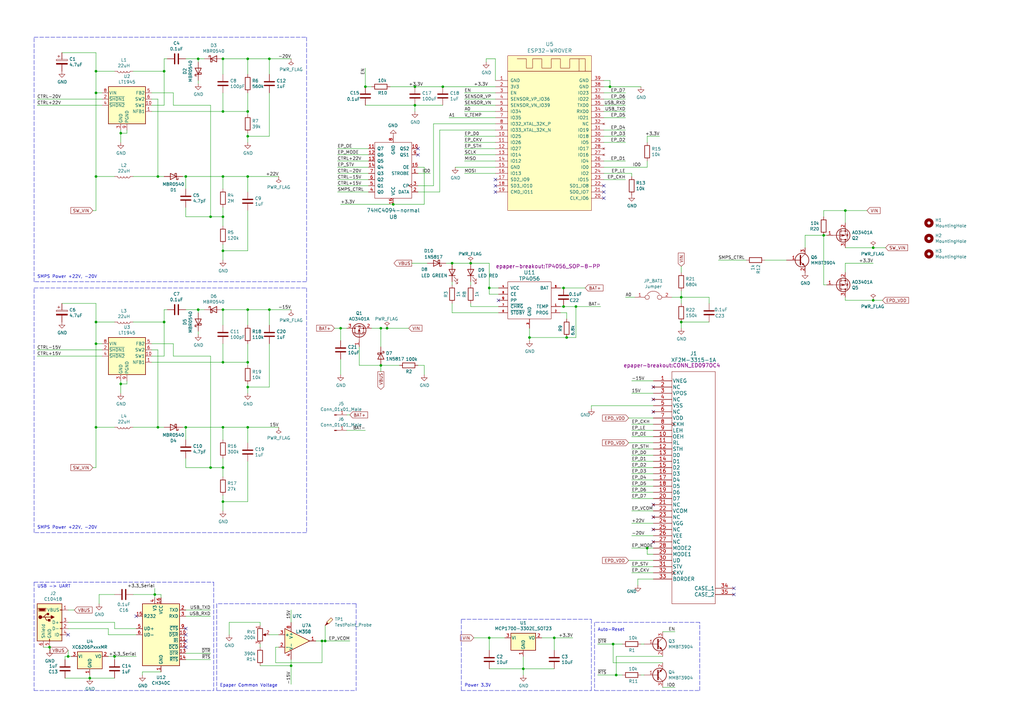
<source format=kicad_sch>
(kicad_sch (version 20210126) (generator eeschema)
  (paper "A3")
  (title_block (title "epdiy") (date "2020-12-21") (rev "v5.0") (comment 3 "License: CC-BY-SA-4.0") (comment 4 "Author: Valentin Roland"))
  (junction (at 20.32 265.43) (diameter 0.9144))
  (junction (at 27.94 269.24) (diameter 0.9144))
  (junction (at 36.83 278.13) (diameter 0.9144))
  (junction (at 39.37 29.21) (diameter 0.9144))
  (junction (at 39.37 38.1) (diameter 0.9144))
  (junction (at 39.37 72.39) (diameter 0.9144))
  (junction (at 39.37 132.08) (diameter 0.9144))
  (junction (at 39.37 140.97) (diameter 0.9144))
  (junction (at 39.37 175.26) (diameter 0.9144))
  (junction (at 46.99 269.24) (diameter 0.9144))
  (junction (at 49.53 54.61) (diameter 0.9144))
  (junction (at 49.53 157.48) (diameter 0.9144))
  (junction (at 63.5 243.84) (diameter 0.9144))
  (junction (at 64.77 72.39) (diameter 0.9144))
  (junction (at 64.77 175.26) (diameter 0.9144))
  (junction (at 67.31 29.21) (diameter 0.9144))
  (junction (at 67.31 132.08) (diameter 0.9144))
  (junction (at 76.2 72.39) (diameter 0.9144))
  (junction (at 76.2 175.26) (diameter 0.9144))
  (junction (at 81.28 24.13) (diameter 0.9144))
  (junction (at 81.28 127) (diameter 0.9144))
  (junction (at 86.36 88.9) (diameter 0.9144))
  (junction (at 86.36 191.77) (diameter 0.9144))
  (junction (at 91.44 24.13) (diameter 0.9144))
  (junction (at 91.44 45.72) (diameter 0.9144))
  (junction (at 91.44 72.39) (diameter 0.9144))
  (junction (at 91.44 88.9) (diameter 0.9144))
  (junction (at 91.44 102.87) (diameter 0.9144))
  (junction (at 91.44 127) (diameter 0.9144))
  (junction (at 91.44 148.59) (diameter 0.9144))
  (junction (at 91.44 175.26) (diameter 0.9144))
  (junction (at 91.44 191.77) (diameter 0.9144))
  (junction (at 91.44 205.74) (diameter 0.9144))
  (junction (at 101.6 24.13) (diameter 0.9144))
  (junction (at 101.6 45.72) (diameter 0.9144))
  (junction (at 101.6 55.88) (diameter 0.9144))
  (junction (at 101.6 72.39) (diameter 0.9144))
  (junction (at 101.6 127) (diameter 0.9144))
  (junction (at 101.6 148.59) (diameter 0.9144))
  (junction (at 101.6 158.75) (diameter 0.9144))
  (junction (at 101.6 175.26) (diameter 0.9144))
  (junction (at 110.49 24.13) (diameter 0.9144))
  (junction (at 110.49 127) (diameter 0.9144))
  (junction (at 119.38 273.05) (diameter 0.9144))
  (junction (at 132.08 262.89) (diameter 0.9144))
  (junction (at 133.35 262.89) (diameter 0.9144))
  (junction (at 139.7 134.62) (diameter 0.9144))
  (junction (at 149.86 35.56) (diameter 0.9144))
  (junction (at 156.21 134.62) (diameter 0.9144))
  (junction (at 156.21 149.86) (diameter 0.9144))
  (junction (at 158.75 134.62) (diameter 0.9144))
  (junction (at 161.29 83.82) (diameter 0.9144))
  (junction (at 170.18 35.56) (diameter 0.9144))
  (junction (at 170.18 43.18) (diameter 0.9144))
  (junction (at 181.61 35.56) (diameter 0.9144))
  (junction (at 185.42 107.95) (diameter 0.9144))
  (junction (at 193.04 107.95) (diameter 0.9144))
  (junction (at 200.66 118.11) (diameter 0.9144))
  (junction (at 200.66 261.62) (diameter 0.9144))
  (junction (at 214.63 274.32) (diameter 0.9144))
  (junction (at 217.17 138.43) (diameter 0.9144))
  (junction (at 227.33 261.62) (diameter 0.9144))
  (junction (at 231.14 118.11) (diameter 0.9144))
  (junction (at 231.14 125.73) (diameter 0.9144))
  (junction (at 232.41 138.43) (diameter 0.9144))
  (junction (at 236.22 125.73) (diameter 0.9144))
  (junction (at 250.19 35.56) (diameter 0.9144))
  (junction (at 251.46 264.16) (diameter 0.9144))
  (junction (at 252.73 276.86) (diameter 0.9144))
  (junction (at 265.43 224.79) (diameter 0.9144))
  (junction (at 279.4 121.92) (diameter 0.9144))
  (junction (at 279.4 132.08) (diameter 0.9144))
  (junction (at 337.82 96.52) (diameter 0.9144))
  (junction (at 346.71 86.36) (diameter 0.9144))
  (junction (at 358.14 101.6) (diameter 0.9144))
  (junction (at 358.14 123.19) (diameter 0.9144))
  (no_connect (at 27.94 260.35))
  (no_connect (at 55.88 252.73))
  (no_connect (at 76.2 257.81))
  (no_connect (at 76.2 260.35))
  (no_connect (at 76.2 262.89))
  (no_connect (at 76.2 265.43))
  (no_connect (at 171.45 60.96))
  (no_connect (at 171.45 63.5))
  (no_connect (at 203.2 73.66))
  (no_connect (at 203.2 76.2))
  (no_connect (at 203.2 78.74))
  (no_connect (at 204.47 123.19))
  (no_connect (at 247.65 76.2))
  (no_connect (at 247.65 78.74))
  (no_connect (at 247.65 81.28))
  (no_connect (at 267.97 158.75))
  (no_connect (at 267.97 163.83))
  (no_connect (at 267.97 168.91))
  (no_connect (at 267.97 207.01))
  (no_connect (at 267.97 212.09))
  (no_connect (at 267.97 217.17))
  (no_connect (at 267.97 222.25))
  (no_connect (at 300.99 241.3))
  (no_connect (at 300.99 243.84))
  (wire (pts (xy 15.24 40.64) (xy 41.91 40.64)))
  (wire (pts (xy 15.24 43.18) (xy 41.91 43.18)))
  (wire (pts (xy 15.24 143.51) (xy 41.91 143.51)))
  (wire (pts (xy 15.24 146.05) (xy 41.91 146.05)))
  (wire (pts (xy 17.78 265.43) (xy 20.32 265.43)))
  (wire (pts (xy 20.32 266.7) (xy 20.32 265.43)))
  (wire (pts (xy 26.67 269.24) (xy 26.67 270.51)))
  (wire (pts (xy 26.67 278.13) (xy 36.83 278.13)))
  (wire (pts (xy 27.94 250.19) (xy 30.48 250.19)))
  (wire (pts (xy 27.94 255.27) (xy 46.99 255.27)))
  (wire (pts (xy 27.94 257.81) (xy 44.45 257.81)))
  (wire (pts (xy 27.94 266.7) (xy 27.94 269.24)))
  (wire (pts (xy 27.94 269.24) (xy 26.67 269.24)))
  (wire (pts (xy 27.94 269.24) (xy 29.21 269.24)))
  (wire (pts (xy 36.83 278.13) (xy 36.83 276.86)))
  (wire (pts (xy 36.83 278.13) (xy 46.99 278.13)))
  (wire (pts (xy 38.1 86.36) (xy 39.37 86.36)))
  (wire (pts (xy 38.1 191.77) (xy 39.37 191.77)))
  (wire (pts (xy 39.37 21.59) (xy 25.4 21.59)))
  (wire (pts (xy 39.37 21.59) (xy 39.37 29.21)))
  (wire (pts (xy 39.37 29.21) (xy 39.37 38.1)))
  (wire (pts (xy 39.37 38.1) (xy 39.37 72.39)))
  (wire (pts (xy 39.37 38.1) (xy 41.91 38.1)))
  (wire (pts (xy 39.37 72.39) (xy 39.37 86.36)))
  (wire (pts (xy 39.37 72.39) (xy 46.99 72.39)))
  (wire (pts (xy 39.37 124.46) (xy 25.4 124.46)))
  (wire (pts (xy 39.37 124.46) (xy 39.37 132.08)))
  (wire (pts (xy 39.37 132.08) (xy 39.37 140.97)))
  (wire (pts (xy 39.37 140.97) (xy 39.37 175.26)))
  (wire (pts (xy 39.37 140.97) (xy 41.91 140.97)))
  (wire (pts (xy 39.37 175.26) (xy 39.37 191.77)))
  (wire (pts (xy 39.37 175.26) (xy 46.99 175.26)))
  (wire (pts (xy 40.64 243.84) (xy 40.64 247.65)))
  (wire (pts (xy 44.45 257.81) (xy 44.45 260.35)))
  (wire (pts (xy 44.45 260.35) (xy 55.88 260.35)))
  (wire (pts (xy 46.99 29.21) (xy 39.37 29.21)))
  (wire (pts (xy 46.99 132.08) (xy 39.37 132.08)))
  (wire (pts (xy 46.99 243.84) (xy 40.64 243.84)))
  (wire (pts (xy 46.99 255.27) (xy 46.99 257.81)))
  (wire (pts (xy 46.99 257.81) (xy 55.88 257.81)))
  (wire (pts (xy 46.99 269.24) (xy 44.45 269.24)))
  (wire (pts (xy 46.99 270.51) (xy 46.99 269.24)))
  (wire (pts (xy 49.53 53.34) (xy 49.53 54.61)))
  (wire (pts (xy 49.53 54.61) (xy 49.53 58.42)))
  (wire (pts (xy 49.53 156.21) (xy 49.53 157.48)))
  (wire (pts (xy 49.53 157.48) (xy 49.53 161.29)))
  (wire (pts (xy 52.07 53.34) (xy 52.07 54.61)))
  (wire (pts (xy 52.07 54.61) (xy 49.53 54.61)))
  (wire (pts (xy 52.07 156.21) (xy 52.07 157.48)))
  (wire (pts (xy 52.07 157.48) (xy 49.53 157.48)))
  (wire (pts (xy 54.61 29.21) (xy 67.31 29.21)))
  (wire (pts (xy 54.61 132.08) (xy 67.31 132.08)))
  (wire (pts (xy 54.61 243.84) (xy 63.5 243.84)))
  (wire (pts (xy 55.88 269.24) (xy 46.99 269.24)))
  (wire (pts (xy 58.42 275.59) (xy 58.42 276.86)))
  (wire (pts (xy 62.23 38.1) (xy 71.12 38.1)))
  (wire (pts (xy 62.23 40.64) (xy 64.77 40.64)))
  (wire (pts (xy 62.23 45.72) (xy 91.44 45.72)))
  (wire (pts (xy 62.23 140.97) (xy 71.12 140.97)))
  (wire (pts (xy 62.23 143.51) (xy 64.77 143.51)))
  (wire (pts (xy 62.23 148.59) (xy 91.44 148.59)))
  (wire (pts (xy 63.5 243.84) (xy 63.5 241.3)))
  (wire (pts (xy 63.5 243.84) (xy 66.04 243.84)))
  (wire (pts (xy 63.5 245.11) (xy 63.5 243.84)))
  (wire (pts (xy 64.77 40.64) (xy 64.77 72.39)))
  (wire (pts (xy 64.77 72.39) (xy 54.61 72.39)))
  (wire (pts (xy 64.77 143.51) (xy 64.77 175.26)))
  (wire (pts (xy 64.77 175.26) (xy 54.61 175.26)))
  (wire (pts (xy 66.04 243.84) (xy 66.04 245.11)))
  (wire (pts (xy 66.04 275.59) (xy 58.42 275.59)))
  (wire (pts (xy 67.31 24.13) (xy 67.31 29.21)))
  (wire (pts (xy 67.31 29.21) (xy 67.31 43.18)))
  (wire (pts (xy 67.31 43.18) (xy 62.23 43.18)))
  (wire (pts (xy 67.31 72.39) (xy 64.77 72.39)))
  (wire (pts (xy 67.31 127) (xy 67.31 132.08)))
  (wire (pts (xy 67.31 132.08) (xy 67.31 146.05)))
  (wire (pts (xy 67.31 146.05) (xy 62.23 146.05)))
  (wire (pts (xy 67.31 175.26) (xy 64.77 175.26)))
  (wire (pts (xy 68.58 24.13) (xy 67.31 24.13)))
  (wire (pts (xy 68.58 127) (xy 67.31 127)))
  (wire (pts (xy 71.12 43.18) (xy 71.12 38.1)))
  (wire (pts (xy 71.12 146.05) (xy 71.12 140.97)))
  (wire (pts (xy 76.2 24.13) (xy 81.28 24.13)))
  (wire (pts (xy 76.2 72.39) (xy 74.93 72.39)))
  (wire (pts (xy 76.2 72.39) (xy 76.2 77.47)))
  (wire (pts (xy 76.2 72.39) (xy 91.44 72.39)))
  (wire (pts (xy 76.2 85.09) (xy 76.2 88.9)))
  (wire (pts (xy 76.2 88.9) (xy 86.36 88.9)))
  (wire (pts (xy 76.2 127) (xy 81.28 127)))
  (wire (pts (xy 76.2 175.26) (xy 74.93 175.26)))
  (wire (pts (xy 76.2 175.26) (xy 76.2 180.34)))
  (wire (pts (xy 76.2 175.26) (xy 91.44 175.26)))
  (wire (pts (xy 76.2 187.96) (xy 76.2 191.77)))
  (wire (pts (xy 76.2 191.77) (xy 86.36 191.77)))
  (wire (pts (xy 76.2 250.19) (xy 86.36 250.19)))
  (wire (pts (xy 76.2 252.73) (xy 86.36 252.73)))
  (wire (pts (xy 76.2 270.51) (xy 86.36 270.51)))
  (wire (pts (xy 81.28 25.4) (xy 81.28 24.13)))
  (wire (pts (xy 81.28 33.02) (xy 81.28 34.29)))
  (wire (pts (xy 81.28 128.27) (xy 81.28 127)))
  (wire (pts (xy 81.28 135.89) (xy 81.28 137.16)))
  (wire (pts (xy 83.82 24.13) (xy 81.28 24.13)))
  (wire (pts (xy 83.82 127) (xy 81.28 127)))
  (wire (pts (xy 86.36 43.18) (xy 71.12 43.18)))
  (wire (pts (xy 86.36 88.9) (xy 86.36 43.18)))
  (wire (pts (xy 86.36 88.9) (xy 91.44 88.9)))
  (wire (pts (xy 86.36 146.05) (xy 71.12 146.05)))
  (wire (pts (xy 86.36 191.77) (xy 86.36 146.05)))
  (wire (pts (xy 86.36 191.77) (xy 91.44 191.77)))
  (wire (pts (xy 86.36 267.97) (xy 76.2 267.97)))
  (wire (pts (xy 91.44 24.13) (xy 91.44 30.48)))
  (wire (pts (xy 91.44 38.1) (xy 91.44 45.72)))
  (wire (pts (xy 91.44 45.72) (xy 101.6 45.72)))
  (wire (pts (xy 91.44 77.47) (xy 91.44 72.39)))
  (wire (pts (xy 91.44 85.09) (xy 91.44 88.9)))
  (wire (pts (xy 91.44 88.9) (xy 91.44 92.71)))
  (wire (pts (xy 91.44 100.33) (xy 91.44 102.87)))
  (wire (pts (xy 91.44 102.87) (xy 91.44 106.68)))
  (wire (pts (xy 91.44 127) (xy 91.44 133.35)))
  (wire (pts (xy 91.44 140.97) (xy 91.44 148.59)))
  (wire (pts (xy 91.44 148.59) (xy 101.6 148.59)))
  (wire (pts (xy 91.44 180.34) (xy 91.44 175.26)))
  (wire (pts (xy 91.44 187.96) (xy 91.44 191.77)))
  (wire (pts (xy 91.44 191.77) (xy 91.44 195.58)))
  (wire (pts (xy 91.44 203.2) (xy 91.44 205.74)))
  (wire (pts (xy 91.44 205.74) (xy 91.44 209.55)))
  (wire (pts (xy 93.98 255.27) (xy 93.98 260.35)))
  (wire (pts (xy 101.6 24.13) (xy 91.44 24.13)))
  (wire (pts (xy 101.6 24.13) (xy 101.6 30.48)))
  (wire (pts (xy 101.6 38.1) (xy 101.6 45.72)))
  (wire (pts (xy 101.6 45.72) (xy 101.6 46.99)))
  (wire (pts (xy 101.6 55.88) (xy 101.6 54.61)))
  (wire (pts (xy 101.6 55.88) (xy 101.6 58.42)))
  (wire (pts (xy 101.6 72.39) (xy 91.44 72.39)))
  (wire (pts (xy 101.6 72.39) (xy 101.6 78.74)))
  (wire (pts (xy 101.6 86.36) (xy 101.6 102.87)))
  (wire (pts (xy 101.6 102.87) (xy 91.44 102.87)))
  (wire (pts (xy 101.6 127) (xy 91.44 127)))
  (wire (pts (xy 101.6 127) (xy 101.6 133.35)))
  (wire (pts (xy 101.6 140.97) (xy 101.6 148.59)))
  (wire (pts (xy 101.6 148.59) (xy 101.6 149.86)))
  (wire (pts (xy 101.6 158.75) (xy 101.6 157.48)))
  (wire (pts (xy 101.6 158.75) (xy 101.6 161.29)))
  (wire (pts (xy 101.6 175.26) (xy 91.44 175.26)))
  (wire (pts (xy 101.6 175.26) (xy 101.6 181.61)))
  (wire (pts (xy 101.6 189.23) (xy 101.6 205.74)))
  (wire (pts (xy 101.6 205.74) (xy 91.44 205.74)))
  (wire (pts (xy 106.68 255.27) (xy 93.98 255.27)))
  (wire (pts (xy 106.68 256.54) (xy 106.68 255.27)))
  (wire (pts (xy 106.68 265.43) (xy 106.68 264.16)))
  (wire (pts (xy 106.68 273.05) (xy 119.38 273.05)))
  (wire (pts (xy 110.49 24.13) (xy 101.6 24.13)))
  (wire (pts (xy 110.49 24.13) (xy 110.49 30.48)))
  (wire (pts (xy 110.49 38.1) (xy 110.49 55.88)))
  (wire (pts (xy 110.49 55.88) (xy 101.6 55.88)))
  (wire (pts (xy 110.49 127) (xy 101.6 127)))
  (wire (pts (xy 110.49 127) (xy 110.49 133.35)))
  (wire (pts (xy 110.49 140.97) (xy 110.49 158.75)))
  (wire (pts (xy 110.49 158.75) (xy 101.6 158.75)))
  (wire (pts (xy 110.49 260.35) (xy 114.3 260.35)))
  (wire (pts (xy 113.03 265.43) (xy 113.03 271.78)))
  (wire (pts (xy 113.03 271.78) (xy 132.08 271.78)))
  (wire (pts (xy 114.3 72.39) (xy 101.6 72.39)))
  (wire (pts (xy 114.3 175.26) (xy 101.6 175.26)))
  (wire (pts (xy 114.3 265.43) (xy 113.03 265.43)))
  (wire (pts (xy 119.38 24.13) (xy 110.49 24.13)))
  (wire (pts (xy 119.38 127) (xy 110.49 127)))
  (wire (pts (xy 119.38 250.19) (xy 119.38 255.27)))
  (wire (pts (xy 119.38 270.51) (xy 119.38 273.05)))
  (wire (pts (xy 119.38 273.05) (xy 119.38 280.67)))
  (wire (pts (xy 132.08 262.89) (xy 129.54 262.89)))
  (wire (pts (xy 132.08 271.78) (xy 132.08 262.89)))
  (wire (pts (xy 133.35 262.89) (xy 132.08 262.89)))
  (wire (pts (xy 133.35 262.89) (xy 133.35 256.54)))
  (wire (pts (xy 137.16 134.62) (xy 139.7 134.62)))
  (wire (pts (xy 138.43 60.96) (xy 151.13 60.96)))
  (wire (pts (xy 138.43 63.5) (xy 151.13 63.5)))
  (wire (pts (xy 138.43 76.2) (xy 151.13 76.2)))
  (wire (pts (xy 138.43 78.74) (xy 151.13 78.74)))
  (wire (pts (xy 139.7 134.62) (xy 142.24 134.62)))
  (wire (pts (xy 139.7 139.7) (xy 139.7 134.62)))
  (wire (pts (xy 139.7 147.32) (xy 139.7 153.67)))
  (wire (pts (xy 142.24 176.53) (xy 149.86 176.53)))
  (wire (pts (xy 143.51 170.18) (xy 142.24 170.18)))
  (wire (pts (xy 143.51 262.89) (xy 133.35 262.89)))
  (wire (pts (xy 147.32 142.24) (xy 147.32 149.86)))
  (wire (pts (xy 147.32 149.86) (xy 156.21 149.86)))
  (wire (pts (xy 149.86 35.56) (xy 149.86 27.94)))
  (wire (pts (xy 149.86 35.56) (xy 152.4 35.56)))
  (wire (pts (xy 149.86 43.18) (xy 170.18 43.18)))
  (wire (pts (xy 151.13 66.04) (xy 138.43 66.04)))
  (wire (pts (xy 151.13 68.58) (xy 138.43 68.58)))
  (wire (pts (xy 151.13 71.12) (xy 138.43 71.12)))
  (wire (pts (xy 151.13 73.66) (xy 138.43 73.66)))
  (wire (pts (xy 152.4 134.62) (xy 156.21 134.62)))
  (wire (pts (xy 156.21 134.62) (xy 156.21 142.24)))
  (wire (pts (xy 156.21 134.62) (xy 158.75 134.62)))
  (wire (pts (xy 156.21 149.86) (xy 156.21 152.4)))
  (wire (pts (xy 156.21 149.86) (xy 163.83 149.86)))
  (wire (pts (xy 158.75 134.62) (xy 167.64 134.62)))
  (wire (pts (xy 160.02 35.56) (xy 170.18 35.56)))
  (wire (pts (xy 161.29 83.82) (xy 139.7 83.82)))
  (wire (pts (xy 161.29 83.82) (xy 173.99 83.82)))
  (wire (pts (xy 170.18 43.18) (xy 170.18 45.72)))
  (wire (pts (xy 171.45 68.58) (xy 173.99 68.58)))
  (wire (pts (xy 171.45 71.12) (xy 176.53 71.12)))
  (wire (pts (xy 171.45 76.2) (xy 177.8 76.2)))
  (wire (pts (xy 171.45 78.74) (xy 180.34 78.74)))
  (wire (pts (xy 171.45 149.86) (xy 173.99 149.86)))
  (wire (pts (xy 173.99 68.58) (xy 173.99 83.82)))
  (wire (pts (xy 173.99 149.86) (xy 173.99 153.67)))
  (wire (pts (xy 175.26 107.95) (xy 168.91 107.95)))
  (wire (pts (xy 177.8 50.8) (xy 203.2 50.8)))
  (wire (pts (xy 177.8 76.2) (xy 177.8 50.8)))
  (wire (pts (xy 180.34 53.34) (xy 180.34 78.74)))
  (wire (pts (xy 180.34 53.34) (xy 203.2 53.34)))
  (wire (pts (xy 181.61 35.56) (xy 170.18 35.56)))
  (wire (pts (xy 181.61 43.18) (xy 170.18 43.18)))
  (wire (pts (xy 182.88 107.95) (xy 185.42 107.95)))
  (wire (pts (xy 184.15 48.26) (xy 203.2 48.26)))
  (wire (pts (xy 185.42 107.95) (xy 193.04 107.95)))
  (wire (pts (xy 185.42 115.57) (xy 185.42 116.84)))
  (wire (pts (xy 185.42 124.46) (xy 185.42 128.27)))
  (wire (pts (xy 185.42 128.27) (xy 204.47 128.27)))
  (wire (pts (xy 186.69 68.58) (xy 203.2 68.58)))
  (wire (pts (xy 190.5 38.1) (xy 203.2 38.1)))
  (wire (pts (xy 190.5 40.64) (xy 203.2 40.64)))
  (wire (pts (xy 190.5 43.18) (xy 203.2 43.18)))
  (wire (pts (xy 190.5 58.42) (xy 203.2 58.42)))
  (wire (pts (xy 190.5 66.04) (xy 203.2 66.04)))
  (wire (pts (xy 193.04 107.95) (xy 200.66 107.95)))
  (wire (pts (xy 193.04 115.57) (xy 193.04 116.84)))
  (wire (pts (xy 193.04 125.73) (xy 193.04 124.46)))
  (wire (pts (xy 193.04 125.73) (xy 204.47 125.73)))
  (wire (pts (xy 199.39 24.13) (xy 203.2 24.13)))
  (wire (pts (xy 199.39 25.4) (xy 199.39 24.13)))
  (wire (pts (xy 200.66 107.95) (xy 200.66 118.11)))
  (wire (pts (xy 200.66 118.11) (xy 200.66 120.65)))
  (wire (pts (xy 200.66 118.11) (xy 204.47 118.11)))
  (wire (pts (xy 200.66 120.65) (xy 204.47 120.65)))
  (wire (pts (xy 200.66 261.62) (xy 194.31 261.62)))
  (wire (pts (xy 200.66 261.62) (xy 200.66 266.7)))
  (wire (pts (xy 200.66 274.32) (xy 214.63 274.32)))
  (wire (pts (xy 203.2 24.13) (xy 203.2 33.02)))
  (wire (pts (xy 203.2 35.56) (xy 181.61 35.56)))
  (wire (pts (xy 203.2 45.72) (xy 190.5 45.72)))
  (wire (pts (xy 203.2 55.88) (xy 190.5 55.88)))
  (wire (pts (xy 203.2 60.96) (xy 190.5 60.96)))
  (wire (pts (xy 203.2 63.5) (xy 190.5 63.5)))
  (wire (pts (xy 203.2 71.12) (xy 190.5 71.12)))
  (wire (pts (xy 207.01 261.62) (xy 200.66 261.62)))
  (wire (pts (xy 214.63 269.24) (xy 214.63 274.32)))
  (wire (pts (xy 214.63 274.32) (xy 214.63 276.86)))
  (wire (pts (xy 214.63 274.32) (xy 227.33 274.32)))
  (wire (pts (xy 217.17 138.43) (xy 217.17 134.62)))
  (wire (pts (xy 217.17 139.7) (xy 217.17 138.43)))
  (wire (pts (xy 222.25 261.62) (xy 227.33 261.62)))
  (wire (pts (xy 227.33 261.62) (xy 227.33 266.7)))
  (wire (pts (xy 227.33 261.62) (xy 234.95 261.62)))
  (wire (pts (xy 229.87 118.11) (xy 231.14 118.11)))
  (wire (pts (xy 229.87 125.73) (xy 231.14 125.73)))
  (wire (pts (xy 231.14 118.11) (xy 240.03 118.11)))
  (wire (pts (xy 231.14 125.73) (xy 236.22 125.73)))
  (wire (pts (xy 232.41 128.27) (xy 229.87 128.27)))
  (wire (pts (xy 232.41 130.81) (xy 232.41 128.27)))
  (wire (pts (xy 232.41 138.43) (xy 217.17 138.43)))
  (wire (pts (xy 236.22 125.73) (xy 236.22 138.43)))
  (wire (pts (xy 236.22 125.73) (xy 246.38 125.73)))
  (wire (pts (xy 236.22 138.43) (xy 232.41 138.43)))
  (wire (pts (xy 242.57 166.37) (xy 242.57 167.64)))
  (wire (pts (xy 242.57 166.37) (xy 267.97 166.37)))
  (wire (pts (xy 245.11 276.86) (xy 252.73 276.86)))
  (wire (pts (xy 247.65 33.02) (xy 250.19 33.02)))
  (wire (pts (xy 247.65 35.56) (xy 250.19 35.56)))
  (wire (pts (xy 247.65 43.18) (xy 256.54 43.18)))
  (wire (pts (xy 247.65 48.26) (xy 256.54 48.26)))
  (wire (pts (xy 247.65 58.42) (xy 256.54 58.42)))
  (wire (pts (xy 247.65 66.04) (xy 256.54 66.04)))
  (wire (pts (xy 247.65 68.58) (xy 265.43 68.58)))
  (wire (pts (xy 247.65 71.12) (xy 259.08 71.12)))
  (wire (pts (xy 250.19 33.02) (xy 250.19 35.56)))
  (wire (pts (xy 250.19 35.56) (xy 262.89 35.56)))
  (wire (pts (xy 251.46 264.16) (xy 245.11 264.16)))
  (wire (pts (xy 251.46 271.78) (xy 251.46 264.16)))
  (wire (pts (xy 252.73 269.24) (xy 252.73 276.86)))
  (wire (pts (xy 252.73 276.86) (xy 255.27 276.86)))
  (wire (pts (xy 255.27 264.16) (xy 251.46 264.16)))
  (wire (pts (xy 256.54 38.1) (xy 247.65 38.1)))
  (wire (pts (xy 256.54 40.64) (xy 247.65 40.64)))
  (wire (pts (xy 256.54 45.72) (xy 247.65 45.72)))
  (wire (pts (xy 256.54 53.34) (xy 247.65 53.34)))
  (wire (pts (xy 256.54 55.88) (xy 247.65 55.88)))
  (wire (pts (xy 256.54 73.66) (xy 247.65 73.66)))
  (wire (pts (xy 256.54 121.92) (xy 260.35 121.92)))
  (wire (pts (xy 257.81 171.45) (xy 267.97 171.45)))
  (wire (pts (xy 257.81 181.61) (xy 267.97 181.61)))
  (wire (pts (xy 257.81 229.87) (xy 267.97 229.87)))
  (wire (pts (xy 259.08 71.12) (xy 259.08 72.39)))
  (wire (pts (xy 259.08 156.21) (xy 267.97 156.21)))
  (wire (pts (xy 259.08 179.07) (xy 267.97 179.07)))
  (wire (pts (xy 259.08 184.15) (xy 267.97 184.15)))
  (wire (pts (xy 259.08 189.23) (xy 267.97 189.23)))
  (wire (pts (xy 259.08 194.31) (xy 267.97 194.31)))
  (wire (pts (xy 259.08 199.39) (xy 267.97 199.39)))
  (wire (pts (xy 259.08 204.47) (xy 267.97 204.47)))
  (wire (pts (xy 259.08 209.55) (xy 267.97 209.55)))
  (wire (pts (xy 259.08 219.71) (xy 267.97 219.71)))
  (wire (pts (xy 259.08 234.95) (xy 267.97 234.95)))
  (wire (pts (xy 261.62 237.49) (xy 261.62 240.03)))
  (wire (pts (xy 264.16 264.16) (xy 262.89 264.16)))
  (wire (pts (xy 264.16 276.86) (xy 262.89 276.86)))
  (wire (pts (xy 265.43 55.88) (xy 270.51 55.88)))
  (wire (pts (xy 265.43 58.42) (xy 265.43 55.88)))
  (wire (pts (xy 265.43 68.58) (xy 265.43 66.04)))
  (wire (pts (xy 265.43 224.79) (xy 259.08 224.79)))
  (wire (pts (xy 265.43 224.79) (xy 265.43 227.33)))
  (wire (pts (xy 265.43 227.33) (xy 267.97 227.33)))
  (wire (pts (xy 267.97 161.29) (xy 259.08 161.29)))
  (wire (pts (xy 267.97 173.99) (xy 259.08 173.99)))
  (wire (pts (xy 267.97 176.53) (xy 259.08 176.53)))
  (wire (pts (xy 267.97 186.69) (xy 259.08 186.69)))
  (wire (pts (xy 267.97 191.77) (xy 259.08 191.77)))
  (wire (pts (xy 267.97 196.85) (xy 259.08 196.85)))
  (wire (pts (xy 267.97 201.93) (xy 259.08 201.93)))
  (wire (pts (xy 267.97 214.63) (xy 259.08 214.63)))
  (wire (pts (xy 267.97 224.79) (xy 265.43 224.79)))
  (wire (pts (xy 267.97 232.41) (xy 259.08 232.41)))
  (wire (pts (xy 267.97 237.49) (xy 261.62 237.49)))
  (wire (pts (xy 271.78 269.24) (xy 252.73 269.24)))
  (wire (pts (xy 271.78 271.78) (xy 251.46 271.78)))
  (wire (pts (xy 271.78 281.94) (xy 276.86 281.94)))
  (wire (pts (xy 275.59 121.92) (xy 279.4 121.92)))
  (wire (pts (xy 276.86 259.08) (xy 271.78 259.08)))
  (wire (pts (xy 279.4 109.22) (xy 279.4 111.76)))
  (wire (pts (xy 279.4 121.92) (xy 279.4 119.38)))
  (wire (pts (xy 279.4 121.92) (xy 279.4 124.46)))
  (wire (pts (xy 279.4 121.92) (xy 290.83 121.92)))
  (wire (pts (xy 279.4 132.08) (xy 279.4 134.62)))
  (wire (pts (xy 290.83 121.92) (xy 290.83 124.46)))
  (wire (pts (xy 290.83 132.08) (xy 279.4 132.08)))
  (wire (pts (xy 294.64 106.68) (xy 306.07 106.68)))
  (wire (pts (xy 313.69 106.68) (xy 322.58 106.68)))
  (wire (pts (xy 330.2 96.52) (xy 337.82 96.52)))
  (wire (pts (xy 330.2 101.6) (xy 330.2 96.52)))
  (wire (pts (xy 337.82 86.36) (xy 337.82 88.9)))
  (wire (pts (xy 337.82 86.36) (xy 346.71 86.36)))
  (wire (pts (xy 337.82 96.52) (xy 337.82 116.84)))
  (wire (pts (xy 337.82 116.84) (xy 339.09 116.84)))
  (wire (pts (xy 339.09 96.52) (xy 337.82 96.52)))
  (wire (pts (xy 346.71 86.36) (xy 346.71 91.44)))
  (wire (pts (xy 346.71 101.6) (xy 358.14 101.6)))
  (wire (pts (xy 346.71 107.95) (xy 346.71 111.76)))
  (wire (pts (xy 346.71 123.19) (xy 346.71 121.92)))
  (wire (pts (xy 355.6 86.36) (xy 346.71 86.36)))
  (wire (pts (xy 358.14 101.6) (xy 363.22 101.6)))
  (wire (pts (xy 358.14 107.95) (xy 346.71 107.95)))
  (wire (pts (xy 358.14 123.19) (xy 346.71 123.19)))
  (wire (pts (xy 361.95 123.19) (xy 358.14 123.19)))
  (polyline (pts (xy 13.97 15.24) (xy 125.73 15.24)) (stroke (width 0) (type dash)))
  (polyline (pts (xy 13.97 115.57) (xy 13.97 15.24)) (stroke (width 0) (type dash)))
  (polyline (pts (xy 13.97 118.11) (xy 125.73 118.11)) (stroke (width 0) (type dash)))
  (polyline (pts (xy 13.97 218.44) (xy 13.97 118.11)) (stroke (width 0) (type dash)))
  (polyline (pts (xy 13.97 238.76) (xy 13.97 283.21)) (stroke (width 0) (type dash)))
  (polyline (pts (xy 13.97 238.76) (xy 87.63 238.76)) (stroke (width 0) (type dash)))
  (polyline (pts (xy 13.97 283.21) (xy 87.63 283.21)) (stroke (width 0) (type dash)))
  (polyline (pts (xy 87.63 238.76) (xy 87.63 283.21)) (stroke (width 0) (type dash)))
  (polyline (pts (xy 88.9 247.65) (xy 88.9 283.21)) (stroke (width 0) (type dash)))
  (polyline (pts (xy 88.9 283.21) (xy 146.05 283.21)) (stroke (width 0) (type dash)))
  (polyline (pts (xy 125.73 15.24) (xy 125.73 115.57)) (stroke (width 0) (type dash)))
  (polyline (pts (xy 125.73 115.57) (xy 13.97 115.57)) (stroke (width 0) (type dash)))
  (polyline (pts (xy 125.73 118.11) (xy 125.73 218.44)) (stroke (width 0) (type dash)))
  (polyline (pts (xy 125.73 218.44) (xy 13.97 218.44)) (stroke (width 0) (type dash)))
  (polyline (pts (xy 146.05 247.65) (xy 88.9 247.65)) (stroke (width 0) (type dash)))
  (polyline (pts (xy 146.05 247.65) (xy 146.05 283.21)) (stroke (width 0) (type dash)))
  (polyline (pts (xy 189.23 254) (xy 242.57 254)) (stroke (width 0) (type dash)))
  (polyline (pts (xy 189.23 283.21) (xy 189.23 254)) (stroke (width 0) (type dash)))
  (polyline (pts (xy 189.23 283.21) (xy 242.57 283.21)) (stroke (width 0) (type dash)))
  (polyline (pts (xy 242.57 283.21) (xy 242.57 254)) (stroke (width 0) (type dash)))
  (polyline (pts (xy 243.84 255.27) (xy 243.84 283.21)) (stroke (width 0) (type dash)))
  (polyline (pts (xy 243.84 283.21) (xy 287.02 283.21)) (stroke (width 0) (type dash)))
  (polyline (pts (xy 287.02 255.27) (xy 243.84 255.27)) (stroke (width 0) (type dash)))
  (polyline (pts (xy 287.02 283.21) (xy 287.02 255.27)) (stroke (width 0) (type dash)))
  (text "SMPS Power +22V, -20V" (at 15.24 114.3 0) (effects (font (size 1.27 1.27)) (justify left bottom)))
  (text "SMPS Power +22V, -20V" (at 15.24 217.17 0) (effects (font (size 1.27 1.27)) (justify left bottom)))
  (text "USB -> UART" (at 15.24 241.3 0) (effects (font (size 1.27 1.27)) (justify left bottom)))
  (text "Epaper Common Voltage" (at 90.17 281.94 0) (effects (font (size 1.27 1.27)) (justify left bottom)))
  (text "Power 3.3V" (at 190.5 281.94 0) (effects (font (size 1.27 1.27)) (justify left bottom)))
  (text "Auto-Reset\n" (at 245.11 259.08 0) (effects (font (size 1.27 1.27)) (justify left bottom)))
  (label "CTRL-20V" (at 15.24 40.64 0))
  (label "CTRL+22V" (at 15.24 43.18 0))
  (label "CTRL-15V" (at 15.24 143.51 0))
  (label "CTRL+15V" (at 15.24 146.05 0))
  (label "+3.3_Serial" (at 55.88 269.24 180))
  (label "+3.3_Serial" (at 63.5 241.3 180))
  (label "USB_TXD" (at 86.36 250.19 180))
  (label "USB_RXD" (at 86.36 252.73 180))
  (label "~DTR" (at 86.36 267.97 180))
  (label "~RTS" (at 86.36 270.51 180))
  (label "+22V" (at 114.3 72.39 180))
  (label "15V" (at 114.3 175.26 180))
  (label "-20V" (at 119.38 24.13 180))
  (label "-15V" (at 119.38 127 180))
  (label "15V" (at 119.38 250.19 270))
  (label "-15V" (at 119.38 280.67 90))
  (label "EP_OE" (at 138.43 60.96 0))
  (label "EP_MODE" (at 138.43 63.5 0))
  (label "CTRL+22V" (at 138.43 66.04 0))
  (label "EP_STV" (at 138.43 68.58 0))
  (label "CTRL-20V" (at 138.43 71.12 0))
  (label "CTRL-15V" (at 138.43 73.66 0))
  (label "CTRL+15V" (at 138.43 76.2 0))
  (label "SMPS_CTRL" (at 138.43 78.74 0))
  (label "+3.3V" (at 139.7 83.82 0))
  (label "EP_VCOM" (at 143.51 262.89 180))
  (label "EN" (at 149.86 27.94 270))
  (label "BAT-" (at 149.86 176.53 180))
  (label "+3.3V" (at 167.64 35.56 0))
  (label "IO0" (at 176.53 71.12 180))
  (label "A1" (at 184.15 48.26 0))
  (label "EN" (at 190.5 38.1 0))
  (label "SENSOR_VP" (at 190.5 40.64 0))
  (label "SENSOR_VN" (at 190.5 43.18 0))
  (label "A0" (at 190.5 45.72 0))
  (label "V_TEMP" (at 190.5 48.26 0))
  (label "EP_D0" (at 190.5 55.88 0))
  (label "EP_CKV" (at 190.5 58.42 0))
  (label "EP_STH" (at 190.5 60.96 0))
  (label "SCLK" (at 190.5 63.5 0))
  (label "MISO" (at 190.5 66.04 0))
  (label "MOSI" (at 190.5 71.12 0))
  (label "+3.3V" (at 194.31 35.56 0))
  (label "+3.3V" (at 234.95 261.62 180))
  (label "~DTR" (at 245.11 264.16 0))
  (label "~RTS" (at 245.11 276.86 0))
  (label "BAT-" (at 246.38 125.73 180))
  (label "EP_D7" (at 256.54 38.1 180))
  (label "EP_D6" (at 256.54 40.64 180))
  (label "USB_RXD" (at 256.54 43.18 180))
  (label "USB_TXD" (at 256.54 45.72 180))
  (label "EP_D5" (at 256.54 48.26 180))
  (label "EP_D4" (at 256.54 53.34 180))
  (label "EP_D3" (at 256.54 55.88 180))
  (label "EP_D2" (at 256.54 58.42 180))
  (label "EP_D1" (at 256.54 66.04 180))
  (label "EP_LE" (at 256.54 71.12 180))
  (label "EP_CKH" (at 256.54 73.66 180))
  (label "A0" (at 256.54 121.92 0))
  (label "-15V" (at 259.08 156.21 0))
  (label "15V" (at 259.08 161.29 0))
  (label "EP_CKH" (at 259.08 173.99 0))
  (label "EP_LE" (at 259.08 176.53 0))
  (label "EP_OE" (at 259.08 179.07 0))
  (label "EP_STH" (at 259.08 184.15 0))
  (label "EP_D0" (at 259.08 186.69 0))
  (label "EP_D1" (at 259.08 189.23 0))
  (label "EP_D2" (at 259.08 191.77 0))
  (label "EP_D3" (at 259.08 194.31 0))
  (label "EP_D4" (at 259.08 196.85 0))
  (label "EP_D5" (at 259.08 199.39 0))
  (label "EP_D6" (at 259.08 201.93 0))
  (label "EP_D7" (at 259.08 204.47 0))
  (label "EP_VCOM" (at 259.08 209.55 0))
  (label "+22V" (at 259.08 214.63 0))
  (label "-20V" (at 259.08 219.71 0))
  (label "EP_MODE" (at 259.08 224.79 0))
  (label "EP_STV" (at 259.08 232.41 0))
  (label "EP_CKV" (at 259.08 234.95 0))
  (label "IO0" (at 262.89 68.58 180))
  (label "+3.3V" (at 270.51 55.88 180))
  (label "EN" (at 276.86 259.08 180))
  (label "IO0" (at 276.86 281.94 180))
  (label "SMPS_CTRL" (at 294.64 106.68 0))
  (label "+3.3V" (at 358.14 107.95 180))
  (global_label "VBUS" (shape input) (at 27.94 266.7 180) (property "Intersheet References" "${INTERSHEET_REFS}" (effects hide)))
  (global_label "VBUS" (shape input) (at 30.48 250.19 0) (property "Intersheet References" "${INTERSHEET_REFS}" (effects hide)))
  (global_label "SW_VIN" (shape input) (at 38.1 86.36 180) (property "Intersheet References" "${INTERSHEET_REFS}" (effects hide)))
  (global_label "SW_VIN" (shape input) (at 38.1 191.77 180) (property "Intersheet References" "${INTERSHEET_REFS}" (effects hide)))
  (global_label "BAT+" (shape input) (at 137.16 134.62 180) (property "Intersheet References" "${INTERSHEET_REFS}" (effects hide)))
  (global_label "BAT+" (shape input) (at 143.51 170.18 0) (property "Intersheet References" "${INTERSHEET_REFS}" (effects hide)))
  (global_label "VBUS" (shape output) (at 156.21 152.4 270) (property "Intersheet References" "${INTERSHEET_REFS}" (effects hide)))
  (global_label "VIN" (shape input) (at 167.64 134.62 0) (property "Intersheet References" "${INTERSHEET_REFS}" (effects hide)))
  (global_label "VBUS" (shape output) (at 168.91 107.95 180) (property "Intersheet References" "${INTERSHEET_REFS}" (effects hide)))
  (global_label "VIN" (shape input) (at 194.31 261.62 180) (property "Intersheet References" "${INTERSHEET_REFS}" (effects hide)))
  (global_label "BAT+" (shape input) (at 240.03 118.11 0) (property "Intersheet References" "${INTERSHEET_REFS}" (effects hide)))
  (global_label "EPD_VDD" (shape input) (at 257.81 171.45 180) (property "Intersheet References" "${INTERSHEET_REFS}" (effects hide)))
  (global_label "EPD_VDD" (shape input) (at 257.81 181.61 180) (property "Intersheet References" "${INTERSHEET_REFS}" (effects hide)))
  (global_label "EPD_VDD" (shape input) (at 257.81 229.87 180) (property "Intersheet References" "${INTERSHEET_REFS}" (effects hide)))
  (global_label "VIN" (shape input) (at 279.4 109.22 90) (property "Intersheet References" "${INTERSHEET_REFS}" (effects hide)))
  (global_label "VIN" (shape input) (at 355.6 86.36 0) (property "Intersheet References" "${INTERSHEET_REFS}" (effects hide)))
  (global_label "EPD_VDD" (shape input) (at 361.95 123.19 0) (property "Intersheet References" "${INTERSHEET_REFS}" (effects hide)))
  (global_label "SW_VIN" (shape input) (at 363.22 101.6 0) (property "Intersheet References" "${INTERSHEET_REFS}" (effects hide)))
  (symbol (lib_id "Connector:Conn_01x01_Male") (at 137.16 170.18 0) (unit 1)
    (property "Reference" "J5" (at 139.9032 165.5826 0))
    (property "Value" "Conn_01x01_Male" (at 139.9032 167.894 0))
    (property "Footprint" "Connector_PinHeader_2.54mm:PinHeader_1x01_P2.54mm_Vertical" (effects hide))
  )
  (symbol (lib_id "Connector:Conn_01x01_Male") (at 137.16 176.53 0) (unit 1)
    (property "Reference" "J6" (at 139.9032 171.9326 0))
    (property "Value" "Conn_01x01_Male" (at 139.9032 174.244 0))
    (property "Footprint" "Connector_PinHeader_2.54mm:PinHeader_1x01_P2.54mm_Vertical" (effects hide))
  )
  (symbol (lib_id "power:PWR_FLAG") (at 114.3 72.39 180) (unit 1)
    (property "Reference" "#FLG0101" (effects hide))
    (property "Value" "PWR_FLAG" (at 114.3 76.7842 0))
  )
  (symbol (lib_id "power:PWR_FLAG") (at 114.3 175.26 180) (unit 1)
    (property "Reference" "#FLG02" (effects hide))
    (property "Value" "PWR_FLAG" (at 114.3 179.6542 0))
  )
  (symbol (lib_id "power:PWR_FLAG") (at 119.38 24.13 180) (unit 1)
    (property "Reference" "#FLG0102" (effects hide))
    (property "Value" "PWR_FLAG" (at 119.38 28.5242 0))
  )
  (symbol (lib_id "power:PWR_FLAG") (at 119.38 127 180) (unit 1)
    (property "Reference" "#FLG03" (effects hide))
    (property "Value" "PWR_FLAG" (at 119.38 131.3942 0))
  )
  (symbol (lib_id "power:PWR_FLAG") (at 158.75 134.62 0) (unit 1)
    (property "Reference" "#FLG0104" (effects hide))
    (property "Value" "PWR_FLAG" (at 153.67 130.81 0) (effects (justify left)))
  )
  (symbol (lib_id "power:PWR_FLAG") (at 193.04 107.95 0) (unit 1)
    (property "Reference" "#FLG0103" (effects hide))
    (property "Value" "PWR_FLAG" (at 187.96 104.14 0) (effects (justify left)))
  )
  (symbol (lib_id "power:PWR_FLAG") (at 358.14 101.6 0) (unit 1)
    (property "Reference" "#FLG01" (effects hide))
    (property "Value" "PWR_FLAG" (at 353.06 104.14 0) (effects (justify left)))
  )
  (symbol (lib_id "power:PWR_FLAG") (at 358.14 123.19 0) (unit 1)
    (property "Reference" "#FLG04" (effects hide))
    (property "Value" "PWR_FLAG" (at 353.06 125.73 0) (effects (justify left)))
  )
  (symbol (lib_id "power:GND") (at 20.32 266.7 0) (unit 1)
    (property "Reference" "#PWR0116" (effects hide))
    (property "Value" "GND" (at 20.447 271.0942 0))
  )
  (symbol (lib_id "power:GND") (at 25.4 29.21 0) (unit 1)
    (property "Reference" "#PWR0102" (effects hide))
    (property "Value" "GND" (at 25.527 33.6042 0))
  )
  (symbol (lib_id "power:GND") (at 25.4 132.08 0) (unit 1)
    (property "Reference" "#PWR09" (effects hide))
    (property "Value" "GND" (at 25.527 136.4742 0))
  )
  (symbol (lib_id "power:GND") (at 36.83 278.13 0) (unit 1)
    (property "Reference" "#PWR0103" (effects hide))
    (property "Value" "GND" (at 36.957 282.5242 0))
  )
  (symbol (lib_id "power:GND") (at 40.64 247.65 0) (unit 1)
    (property "Reference" "#PWR0110" (effects hide))
    (property "Value" "GND" (at 40.767 252.0442 0))
  )
  (symbol (lib_id "power:GND") (at 49.53 58.42 0) (unit 1)
    (property "Reference" "#PWR0101" (effects hide))
    (property "Value" "GND" (at 49.657 62.8142 0))
  )
  (symbol (lib_id "power:GND") (at 49.53 161.29 0) (unit 1)
    (property "Reference" "#PWR012" (effects hide))
    (property "Value" "GND" (at 49.657 165.6842 0))
  )
  (symbol (lib_id "power:GND") (at 58.42 276.86 0) (unit 1)
    (property "Reference" "#PWR0111" (effects hide))
    (property "Value" "GND" (at 58.547 281.2542 0))
  )
  (symbol (lib_id "power:GND") (at 81.28 34.29 0) (unit 1)
    (property "Reference" "#PWR0104" (effects hide))
    (property "Value" "GND" (at 81.407 38.6842 0))
  )
  (symbol (lib_id "power:GND") (at 81.28 137.16 0) (unit 1)
    (property "Reference" "#PWR014" (effects hide))
    (property "Value" "GND" (at 81.407 141.5542 0))
  )
  (symbol (lib_id "power:GND") (at 91.44 106.68 0) (unit 1)
    (property "Reference" "#PWR0106" (effects hide))
    (property "Value" "GND" (at 91.567 111.0742 0))
  )
  (symbol (lib_id "power:GND") (at 91.44 209.55 0) (unit 1)
    (property "Reference" "#PWR015" (effects hide))
    (property "Value" "GND" (at 91.567 213.9442 0))
  )
  (symbol (lib_id "power:GND") (at 93.98 260.35 0) (unit 1)
    (property "Reference" "#PWR02" (effects hide))
    (property "Value" "GND" (at 94.107 264.7442 0))
  )
  (symbol (lib_id "power:GND") (at 101.6 58.42 0) (unit 1)
    (property "Reference" "#PWR0105" (effects hide))
    (property "Value" "GND" (at 101.727 62.8142 0))
  )
  (symbol (lib_id "power:GND") (at 101.6 161.29 0) (unit 1)
    (property "Reference" "#PWR016" (effects hide))
    (property "Value" "GND" (at 101.727 165.6842 0))
  )
  (symbol (lib_id "power:GND") (at 139.7 153.67 0) (unit 1)
    (property "Reference" "#PWR01" (effects hide))
    (property "Value" "GND" (at 139.827 158.0642 0))
  )
  (symbol (lib_id "power:GND") (at 161.29 55.88 180) (unit 1)
    (property "Reference" "#PWR0113" (effects hide))
    (property "Value" "GND" (at 161.163 51.4858 0))
  )
  (symbol (lib_id "power:GND") (at 170.18 45.72 0) (unit 1)
    (property "Reference" "#PWR0115" (effects hide))
    (property "Value" "GND" (at 170.307 50.1142 0))
  )
  (symbol (lib_id "power:GND") (at 173.99 153.67 0) (unit 1)
    (property "Reference" "#PWR05" (effects hide))
    (property "Value" "GND" (at 174.117 158.0642 0))
  )
  (symbol (lib_id "power:GND") (at 186.69 68.58 0) (unit 1)
    (property "Reference" "#PWR0112" (effects hide))
    (property "Value" "GND" (at 186.817 72.9742 0))
  )
  (symbol (lib_id "power:GND") (at 199.39 25.4 0) (unit 1)
    (property "Reference" "#PWR0108" (effects hide))
    (property "Value" "GND" (at 199.517 29.7942 0))
  )
  (symbol (lib_id "power:GND") (at 214.63 276.86 0) (unit 1)
    (property "Reference" "#PWR0109" (effects hide))
    (property "Value" "GND" (at 214.757 281.2542 0))
  )
  (symbol (lib_id "power:GND") (at 217.17 139.7 0) (unit 1)
    (property "Reference" "#PWR011" (effects hide))
    (property "Value" "GND" (at 217.297 144.0942 0))
  )
  (symbol (lib_id "power:GND") (at 242.57 167.64 0) (unit 1)
    (property "Reference" "#PWR013" (effects hide))
    (property "Value" "GND" (at 240.03 170.18 0))
  )
  (symbol (lib_id "power:GND") (at 259.08 80.01 0) (unit 1)
    (property "Reference" "#PWR0114" (effects hide))
    (property "Value" "GND" (at 259.207 84.4042 0))
  )
  (symbol (lib_id "power:GND") (at 261.62 240.03 0) (unit 1)
    (property "Reference" "#PWR010" (effects hide))
    (property "Value" "GND" (at 259.08 242.57 0))
  )
  (symbol (lib_id "power:GND") (at 262.89 35.56 0) (unit 1)
    (property "Reference" "#PWR0107" (effects hide))
    (property "Value" "GND" (at 263.017 39.9542 0))
  )
  (symbol (lib_id "power:GND") (at 279.4 134.62 0) (unit 1)
    (property "Reference" "#PWR0121" (effects hide))
    (property "Value" "GND" (at 279.527 139.0142 0))
  )
  (symbol (lib_id "power:GND") (at 330.2 111.76 0) (unit 1)
    (property "Reference" "#PWR04" (effects hide))
    (property "Value" "GND" (at 330.327 116.1542 0))
  )
  (symbol (lib_id "Device:L") (at 50.8 29.21 270) (unit 1)
    (property "Reference" "L1" (at 50.8 24.6126 90))
    (property "Value" "22uH" (at 50.8 26.924 90))
    (property "Footprint" "Inductor_SMD:L_6.3x6.3_H3" (effects hide))
    (property "LCSC" "  C206321" (effects hide))
  )
  (symbol (lib_id "Device:L") (at 50.8 72.39 270) (unit 1)
    (property "Reference" "L2" (at 50.8 67.7926 90))
    (property "Value" "22uH" (at 50.8 70.104 90))
    (property "Footprint" "Inductor_SMD:L_6.3x6.3_H3" (effects hide))
    (property "LCSC" " C206321" (effects hide))
  )
  (symbol (lib_id "Device:L") (at 50.8 132.08 270) (unit 1)
    (property "Reference" "L3" (at 50.8 127.4826 90))
    (property "Value" "22uH" (at 50.8 129.794 90))
    (property "Footprint" "Inductor_SMD:L_6.3x6.3_H3" (effects hide))
    (property "LCSC" " C206321" (effects hide))
  )
  (symbol (lib_id "Device:L") (at 50.8 175.26 270) (unit 1)
    (property "Reference" "L4" (at 50.8 170.6626 90))
    (property "Value" "22uH" (at 50.8 172.974 90))
    (property "Footprint" "Inductor_SMD:L_6.3x6.3_H3" (effects hide))
    (property "LCSC" " C206321" (effects hide))
  )
  (symbol (lib_id "Amplifier_Operational:LM358") (at 121.92 262.89 0) (unit 3)
    (property "Reference" "U7" (at 121.92 252.73 0))
    (property "Value" "LM358" (at 124.46 259.08 0))
    (property "Footprint" "Package_SO:SOP-8_3.76x4.96mm_P1.27mm" (effects hide))
    (property "Datasheet" "http://www.ti.com/lit/ds/symlink/lm2904-n.pdf" (effects hide))
    (property "LCSC" "C7950" (effects hide))
  )
  (symbol (lib_id "Connector:TestPoint_Probe") (at 133.35 256.54 0) (unit 1)
    (property "Reference" "TP1" (at 137.2362 253.9746 0) (effects (justify left)))
    (property "Value" "TestPoint_Probe" (at 137.2362 256.286 0) (effects (justify left)))
    (property "Footprint" "TestPoint:TestPoint_Pad_D1.0mm" (effects hide))
  )
  (symbol (lib_id "Mechanical:MountingHole") (at 381 91.44 0) (unit 1)
    (property "Reference" "H1" (at 383.54 90.2716 0) (effects (justify left)))
    (property "Value" "MountingHole" (at 383.54 92.583 0) (effects (justify left)))
    (property "Footprint" "MountingHole:MountingHole_2.2mm_M2" (effects hide))
  )
  (symbol (lib_id "Mechanical:MountingHole") (at 381 97.79 0) (unit 1)
    (property "Reference" "H2" (at 383.54 96.6216 0) (effects (justify left)))
    (property "Value" "MountingHole" (at 383.54 98.933 0) (effects (justify left)))
    (property "Footprint" "MountingHole:MountingHole_2.2mm_M2" (effects hide))
  )
  (symbol (lib_id "Mechanical:MountingHole") (at 381 104.14 0) (unit 1)
    (property "Reference" "H3" (at 383.54 102.9716 0) (effects (justify left)))
    (property "Value" "MountingHole" (at 383.54 105.283 0) (effects (justify left)))
    (property "Footprint" "MountingHole:MountingHole_2.2mm_M2" (effects hide))
  )
  (symbol (lib_id "Device:R") (at 91.44 81.28 0) (unit 1)
    (property "Reference" "R4" (at 93.218 80.1116 0) (effects (justify left)))
    (property "Value" "2M" (at 93.218 82.423 0) (effects (justify left)))
    (property "Footprint" "Resistor_SMD:R_0805_2012Metric" (effects hide))
    (property "LCSC" "C26112" (effects hide))
  )
  (symbol (lib_id "Device:R") (at 91.44 96.52 0) (unit 1)
    (property "Reference" "R5" (at 93.218 95.3516 0) (effects (justify left)))
    (property "Value" "120k" (at 93.218 97.663 0) (effects (justify left)))
    (property "Footprint" "Resistor_SMD:R_0805_2012Metric" (effects hide))
    (property "LCSC" " C17436" (effects hide))
  )
  (symbol (lib_id "Device:R") (at 91.44 184.15 0) (unit 1)
    (property "Reference" "R16" (at 93.218 182.9816 0) (effects (justify left)))
    (property "Value" "300k" (at 93.218 185.293 0) (effects (justify left)))
    (property "Footprint" "Resistor_SMD:R_0805_2012Metric" (effects hide))
    (property "LCSC" "  C17616" (effects hide))
  )
  (symbol (lib_id "Device:R") (at 91.44 199.39 0) (unit 1)
    (property "Reference" "R17" (at 93.218 198.2216 0) (effects (justify left)))
    (property "Value" "27k" (at 93.218 200.533 0) (effects (justify left)))
    (property "Footprint" "Resistor_SMD:R_0805_2012Metric" (effects hide))
    (property "LCSC" "C17593" (effects hide))
  )
  (symbol (lib_id "Device:R") (at 101.6 34.29 0) (unit 1)
    (property "Reference" "R6" (at 103.378 33.1216 0) (effects (justify left)))
    (property "Value" "560k" (at 103.378 35.433 0) (effects (justify left)))
    (property "Footprint" "Resistor_SMD:R_0805_2012Metric" (effects hide))
    (property "LCSC" "C15785" (effects hide))
  )
  (symbol (lib_id "Device:R") (at 101.6 50.8 0) (unit 1)
    (property "Reference" "R7" (at 103.378 49.6316 0) (effects (justify left)))
    (property "Value" "39k" (at 103.378 51.943 0) (effects (justify left)))
    (property "Footprint" "Resistor_SMD:R_0805_2012Metric" (effects hide))
    (property "LCSC" "C25826" (effects hide))
  )
  (symbol (lib_id "Device:R") (at 101.6 137.16 0) (unit 1)
    (property "Reference" "R18" (at 103.378 135.9916 0) (effects (justify left)))
    (property "Value" "110k" (at 103.378 138.303 0) (effects (justify left)))
    (property "Footprint" "Resistor_SMD:R_0805_2012Metric" (effects hide))
    (property "LCSC" "C17422" (effects hide))
  )
  (symbol (lib_id "Device:R") (at 101.6 153.67 0) (unit 1)
    (property "Reference" "R19" (at 103.378 152.5016 0) (effects (justify left)))
    (property "Value" "10k" (at 103.378 154.813 0) (effects (justify left)))
    (property "Footprint" "Resistor_SMD:R_0805_2012Metric" (effects hide))
    (property "LCSC" "C17414" (effects hide))
  )
  (symbol (lib_id "Device:R") (at 106.68 269.24 180) (unit 1)
    (property "Reference" "R14" (at 104.902 270.4084 0) (effects (justify left)))
    (property "Value" "390k" (at 104.902 268.097 0) (effects (justify left)))
    (property "Footprint" "Resistor_SMD:R_0805_2012Metric" (effects hide))
    (property "LCSC" "C17656" (effects hide))
  )
  (symbol (lib_id "Device:R") (at 156.21 35.56 270) (unit 1)
    (property "Reference" "R10" (at 154.94 38.1 90) (effects (justify left)))
    (property "Value" "10k" (at 154.94 33.02 90) (effects (justify left)))
    (property "Footprint" "Resistor_SMD:R_0805_2012Metric" (effects hide))
    (property "LCSC" "C17414" (effects hide))
  )
  (symbol (lib_id "Device:R") (at 167.64 149.86 270) (unit 1)
    (property "Reference" "R2" (at 166.37 152.4 90) (effects (justify left)))
    (property "Value" "100k" (at 166.37 147.32 90) (effects (justify left)))
    (property "Footprint" "Resistor_SMD:R_0805_2012Metric" (effects hide))
    (property "LCSC" "C17407" (effects hide))
  )
  (symbol (lib_id "Device:R") (at 185.42 120.65 180) (unit 1)
    (property "Reference" "R3" (at 182.88 119.38 90) (effects (justify left)))
    (property "Value" "1k" (at 187.96 119.38 90) (effects (justify left)))
    (property "Footprint" "Resistor_SMD:R_0805_2012Metric" (effects hide))
    (property "LCSC" " C17513" (effects hide))
  )
  (symbol (lib_id "Device:R") (at 193.04 120.65 180) (unit 1)
    (property "Reference" "R8" (at 190.5 119.38 90) (effects (justify left)))
    (property "Value" "1k" (at 195.58 119.38 90) (effects (justify left)))
    (property "Footprint" "Resistor_SMD:R_0805_2012Metric" (effects hide))
    (property "LCSC" " C17513" (effects hide))
  )
  (symbol (lib_id "Device:R") (at 232.41 134.62 180) (unit 1)
    (property "Reference" "R9" (at 229.87 133.35 90) (effects (justify left)))
    (property "Value" "6.8k" (at 234.95 133.35 90) (effects (justify left)))
    (property "Footprint" "Resistor_SMD:R_0805_2012Metric" (effects hide))
    (property "LCSC" " C17772" (effects hide))
  )
  (symbol (lib_id "Device:R") (at 259.08 76.2 0) (unit 1)
    (property "Reference" "R13" (at 260.858 75.0316 0) (effects (justify left)))
    (property "Value" "10k" (at 260.858 77.343 0) (effects (justify left)))
    (property "Footprint" "Resistor_SMD:R_0805_2012Metric" (effects hide))
    (property "LCSC" "C17414" (effects hide))
  )
  (symbol (lib_id "Device:R") (at 259.08 264.16 270) (unit 1)
    (property "Reference" "R1" (at 257.81 266.7 90) (effects (justify left)))
    (property "Value" "10k" (at 257.81 261.62 90) (effects (justify left)))
    (property "Footprint" "Resistor_SMD:R_0805_2012Metric" (effects hide))
    (property "LCSC" "C17414" (effects hide))
  )
  (symbol (lib_id "Device:R") (at 259.08 276.86 270) (unit 1)
    (property "Reference" "R11" (at 257.81 279.4 90) (effects (justify left)))
    (property "Value" "10k" (at 257.81 274.32 90) (effects (justify left)))
    (property "Footprint" "Resistor_SMD:R_0805_2012Metric" (effects hide))
    (property "LCSC" "C17414" (effects hide))
  )
  (symbol (lib_id "Device:R") (at 265.43 62.23 0) (unit 1)
    (property "Reference" "R15" (at 267.208 61.0616 0) (effects (justify left)))
    (property "Value" "10k" (at 267.208 63.373 0) (effects (justify left)))
    (property "Footprint" "Resistor_SMD:R_0805_2012Metric" (effects hide))
    (property "LCSC" "C17414" (effects hide))
  )
  (symbol (lib_id "Device:R") (at 279.4 115.57 0) (unit 1)
    (property "Reference" "R21" (at 281.178 114.4016 0) (effects (justify left)))
    (property "Value" "680k" (at 281.178 116.713 0) (effects (justify left)))
    (property "Footprint" "Resistor_SMD:R_0805_2012Metric" (effects hide))
    (property "LCSC" " C17797" (effects hide))
  )
  (symbol (lib_id "Device:R") (at 279.4 128.27 0) (unit 1)
    (property "Reference" "R22" (at 281.178 127.1016 0) (effects (justify left)))
    (property "Value" "150k" (at 281.178 129.413 0) (effects (justify left)))
    (property "Footprint" "Resistor_SMD:R_0805_2012Metric" (effects hide))
    (property "LCSC" " C17470" (effects hide))
  )
  (symbol (lib_id "Device:R") (at 309.88 106.68 270) (unit 1)
    (property "Reference" "R12" (at 311.0484 108.458 0) (effects (justify left)))
    (property "Value" "1k" (at 308.737 108.458 0) (effects (justify left)))
    (property "Footprint" "Resistor_SMD:R_0805_2012Metric" (effects hide))
    (property "LCSC" "C17513" (effects hide))
  )
  (symbol (lib_id "Device:R") (at 337.82 92.71 180) (unit 1)
    (property "Reference" "R20" (at 336.042 93.8784 0) (effects (justify left)))
    (property "Value" "10k" (at 336.042 91.567 0) (effects (justify left)))
    (property "Footprint" "Resistor_SMD:R_0805_2012Metric" (effects hide))
    (property "LCSC" "C17414" (effects hide))
  )
  (symbol (lib_id "Diode:MBR0540") (at 71.12 72.39 180) (unit 1)
    (property "Reference" "D1" (at 71.12 77.8764 0))
    (property "Value" "MBR0540" (at 71.12 75.565 0))
    (property "Footprint" "Diode_SMD:D_SOD-123" (effects hide))
    (property "Datasheet" "http://www.mccsemi.com/up_pdf/MBR0520~MBR0580(SOD123).pdf" (effects hide))
    (property "LCSC" "C21353" (effects hide))
  )
  (symbol (lib_id "Diode:MBR0540") (at 71.12 175.26 180) (unit 1)
    (property "Reference" "D4" (at 71.12 180.7464 0))
    (property "Value" "MBR0540" (at 71.12 178.435 0))
    (property "Footprint" "Diode_SMD:D_SOD-123" (effects hide))
    (property "Datasheet" "http://www.mccsemi.com/up_pdf/MBR0520~MBR0580(SOD123).pdf" (effects hide))
    (property "LCSC" "C21353" (effects hide))
  )
  (symbol (lib_id "Diode:MBR0540") (at 81.28 29.21 90) (unit 1)
    (property "Reference" "D2" (at 75.7936 29.21 0))
    (property "Value" "MBR0540" (at 78.105 29.21 0))
    (property "Footprint" "Diode_SMD:D_SOD-123" (effects hide))
    (property "Datasheet" "http://www.mccsemi.com/up_pdf/MBR0520~MBR0580(SOD123).pdf" (effects hide))
    (property "LCSC" "C21353" (effects hide))
  )
  (symbol (lib_id "Diode:MBR0540") (at 81.28 132.08 90) (unit 1)
    (property "Reference" "D5" (at 75.7936 132.08 0))
    (property "Value" "MBR0540" (at 78.105 132.08 0))
    (property "Footprint" "Diode_SMD:D_SOD-123" (effects hide))
    (property "Datasheet" "http://www.mccsemi.com/up_pdf/MBR0520~MBR0580(SOD123).pdf" (effects hide))
    (property "LCSC" "C21353" (effects hide))
  )
  (symbol (lib_id "Diode:MBR0540") (at 87.63 24.13 0) (unit 1)
    (property "Reference" "D3" (at 87.63 18.6436 0))
    (property "Value" "MBR0540" (at 87.63 20.955 0))
    (property "Footprint" "Diode_SMD:D_SOD-123" (effects hide))
    (property "Datasheet" "http://www.mccsemi.com/up_pdf/MBR0520~MBR0580(SOD123).pdf" (effects hide))
    (property "LCSC" "C21353" (effects hide))
  )
  (symbol (lib_id "Diode:MBR0540") (at 87.63 127 0) (unit 1)
    (property "Reference" "D6" (at 87.63 121.5136 0))
    (property "Value" "MBR0540" (at 87.63 123.825 0))
    (property "Footprint" "Diode_SMD:D_SOD-123" (effects hide))
    (property "Datasheet" "http://www.mccsemi.com/up_pdf/MBR0520~MBR0580(SOD123).pdf" (effects hide))
    (property "LCSC" "C21353" (effects hide))
  )
  (symbol (lib_id "Diode:1N5817") (at 156.21 146.05 270) (unit 1)
    (property "Reference" "D7" (at 158.242 144.8816 90) (effects (justify left)))
    (property "Value" "1N5817" (at 158.242 147.193 90) (effects (justify left)))
    (property "Footprint" "Diode_SMD:D_SOD-123" (effects hide))
    (property "Datasheet" "http://www.vishay.com/docs/88525/1n5817.pdf" (effects hide))
    (property "LCSC" " C8598" (effects hide))
  )
  (symbol (lib_id "Diode:1N5817") (at 179.07 107.95 180) (unit 1)
    (property "Reference" "D10" (at 177.8 102.87 0) (effects (justify left)))
    (property "Value" "1N5817" (at 181.61 105.41 0) (effects (justify left)))
    (property "Footprint" "Diode_SMD:D_SOD-123" (effects hide))
    (property "Datasheet" "http://www.vishay.com/docs/88525/1n5817.pdf" (effects hide))
    (property "LCSC" " C8598" (effects hide))
  )
  (symbol (lib_id "Device:LED") (at 185.42 111.76 90) (unit 1)
    (property "Reference" "D8" (at 172.72 110.49 90) (effects (justify right)))
    (property "Value" "LED GREEN" (at 172.72 113.03 90) (effects (justify right)))
    (property "Footprint" "LED_SMD:LED_0805_2012Metric" (effects hide))
    (property "LCSC" "C2297" (effects hide))
  )
  (symbol (lib_id "Device:LED") (at 193.04 111.76 90) (unit 1)
    (property "Reference" "D9" (at 196.0372 110.7694 90) (effects (justify right)))
    (property "Value" "LED RED" (at 196.0372 113.0808 90) (effects (justify right)))
    (property "Footprint" "LED_SMD:LED_0805_2012Metric" (effects hide))
    (property "LCSC" " C84256" (effects hide))
  )
  (symbol (lib_id "Device:CP") (at 25.4 25.4 0) (unit 1)
    (property "Reference" "C1" (at 28.3972 24.2316 0) (effects (justify left)))
    (property "Value" "4.7uF" (at 28.3972 26.543 0) (effects (justify left)))
    (property "Footprint" "Capacitor_SMD:C_0603_1608Metric" (effects hide))
    (property "LCSC" "C19666" (effects hide))
  )
  (symbol (lib_id "Device:CP") (at 25.4 128.27 0) (unit 1)
    (property "Reference" "C6" (at 28.3972 127.1016 0) (effects (justify left)))
    (property "Value" "4.7uF" (at 28.3972 129.413 0) (effects (justify left)))
    (property "Footprint" "Capacitor_SMD:C_0603_1608Metric" (effects hide))
    (property "LCSC" "C19666" (effects hide))
  )
  (symbol (lib_id "Device:C") (at 26.67 274.32 0) (unit 1)
    (property "Reference" "C13" (at 23.749 275.4884 0) (effects (justify right)))
    (property "Value" "1uF" (at 23.749 273.177 0) (effects (justify right)))
    (property "Footprint" "Capacitor_SMD:C_0603_1608Metric" (effects hide))
    (property "LCSC" "C15849" (effects hide))
  )
  (symbol (lib_id "Device:C") (at 46.99 274.32 180) (unit 1)
    (property "Reference" "C14" (at 49.911 273.1516 0) (effects (justify right)))
    (property "Value" "1uF" (at 49.911 275.463 0) (effects (justify right)))
    (property "Footprint" "Capacitor_SMD:C_0603_1608Metric" (effects hide))
    (property "LCSC" "C15849" (effects hide))
  )
  (symbol (lib_id "Device:C") (at 50.8 243.84 270) (unit 1)
    (property "Reference" "C16" (at 50.8 250.2408 90))
    (property "Value" "0.1uF" (at 50.8 247.9294 90))
    (property "Footprint" "Capacitor_SMD:C_0603_1608Metric" (effects hide))
    (property "LCSC" "C14663" (effects hide))
  )
  (symbol (lib_id "Device:C") (at 72.39 24.13 270) (unit 1)
    (property "Reference" "C4" (at 72.39 17.7292 90))
    (property "Value" "0.1uF" (at 72.39 20.0406 90))
    (property "Footprint" "Capacitor_SMD:C_0603_1608Metric" (effects hide))
    (property "LCSC" "C14663" (effects hide))
  )
  (symbol (lib_id "Device:C") (at 72.39 127 270) (unit 1)
    (property "Reference" "C7" (at 72.39 120.5992 90))
    (property "Value" "0.1uF" (at 72.39 122.9106 90))
    (property "Footprint" "Capacitor_SMD:C_0603_1608Metric" (effects hide))
    (property "LCSC" "C14663" (effects hide))
  )
  (symbol (lib_id "Device:C") (at 76.2 81.28 180) (unit 1)
    (property "Reference" "C5" (at 79.121 80.1116 0) (effects (justify right)))
    (property "Value" "4.7pF" (at 79.121 82.423 0) (effects (justify right)))
    (property "Footprint" "Capacitor_SMD:C_0603_1608Metric" (effects hide))
    (property "LCSC" "C1669" (effects hide))
  )
  (symbol (lib_id "Device:C") (at 76.2 184.15 180) (unit 1)
    (property "Reference" "C10" (at 79.121 182.9816 0) (effects (justify right)))
    (property "Value" "4.7pF" (at 79.121 185.293 0) (effects (justify right)))
    (property "Footprint" "Capacitor_SMD:C_0603_1608Metric" (effects hide))
    (property "LCSC" "C1669" (effects hide))
  )
  (symbol (lib_id "Device:C") (at 91.44 34.29 180) (unit 1)
    (property "Reference" "C8" (at 94.361 33.1216 0) (effects (justify right)))
    (property "Value" "100pF" (at 94.361 35.433 0) (effects (justify right)))
    (property "Footprint" "Capacitor_SMD:C_0603_1608Metric" (effects hide))
    (property "LCSC" "C14858" (effects hide))
  )
  (symbol (lib_id "Device:C") (at 91.44 137.16 180) (unit 1)
    (property "Reference" "C11" (at 94.361 135.9916 0) (effects (justify right)))
    (property "Value" "100pF" (at 94.361 138.303 0) (effects (justify right)))
    (property "Footprint" "Capacitor_SMD:C_0603_1608Metric" (effects hide))
    (property "LCSC" "C14858" (effects hide))
  )
  (symbol (lib_id "Device:C") (at 101.6 82.55 180) (unit 1)
    (property "Reference" "C9" (at 104.521 81.3816 0) (effects (justify right)))
    (property "Value" "1uF" (at 104.521 83.693 0) (effects (justify right)))
    (property "Footprint" "Capacitor_SMD:C_0603_1608Metric" (effects hide))
    (property "LCSC" "C15849" (effects hide))
  )
  (symbol (lib_id "Device:C") (at 101.6 185.42 180) (unit 1)
    (property "Reference" "C19" (at 104.521 184.2516 0) (effects (justify right)))
    (property "Value" "1uF" (at 104.521 186.563 0) (effects (justify right)))
    (property "Footprint" "Capacitor_SMD:C_0603_1608Metric" (effects hide))
    (property "LCSC" "C15849" (effects hide))
  )
  (symbol (lib_id "Device:C") (at 110.49 34.29 180) (unit 1)
    (property "Reference" "C12" (at 113.411 33.1216 0) (effects (justify right)))
    (property "Value" "1uF" (at 113.411 35.433 0) (effects (justify right)))
    (property "Footprint" "Capacitor_SMD:C_0603_1608Metric" (effects hide))
    (property "LCSC" "C15849" (effects hide))
  )
  (symbol (lib_id "Device:C") (at 110.49 137.16 180) (unit 1)
    (property "Reference" "C20" (at 113.411 135.9916 0) (effects (justify right)))
    (property "Value" "1uF" (at 113.411 138.303 0) (effects (justify right)))
    (property "Footprint" "Capacitor_SMD:C_0603_1608Metric" (effects hide))
    (property "LCSC" "C15849" (effects hide))
  )
  (symbol (lib_id "Device:C") (at 139.7 143.51 0) (unit 1)
    (property "Reference" "C21" (at 142.621 142.3416 0) (effects (justify left)))
    (property "Value" "10uF" (at 142.621 144.653 0) (effects (justify left)))
    (property "Footprint" "Capacitor_SMD:C_0603_1608Metric" (effects hide))
    (property "LCSC" "C19702" (effects hide))
  )
  (symbol (lib_id "Device:C") (at 149.86 39.37 0) (mirror y) (unit 1)
    (property "Reference" "C15" (at 143.51 38.1 0) (effects (justify right)))
    (property "Value" "0.1uF" (at 142.24 40.64 0) (effects (justify right)))
    (property "Footprint" "Capacitor_SMD:C_0603_1608Metric" (effects hide))
    (property "LCSC" "C1588" (effects hide))
  )
  (symbol (lib_id "Device:C") (at 170.18 39.37 0) (unit 1)
    (property "Reference" "C17" (at 173.101 38.2016 0) (effects (justify left)))
    (property "Value" "100uF" (at 173.101 40.513 0) (effects (justify left)))
    (property "Footprint" "Capacitor_Tantalum_SMD:CP_EIA-3528-15_AVX-H" (effects hide))
    (property "LCSC" " C16133" (effects hide))
  )
  (symbol (lib_id "Device:C") (at 181.61 39.37 180) (unit 1)
    (property "Reference" "C18" (at 184.531 38.2016 0) (effects (justify right)))
    (property "Value" "1uF" (at 184.531 40.513 0) (effects (justify right)))
    (property "Footprint" "Capacitor_SMD:C_0603_1608Metric" (effects hide))
    (property "LCSC" "C15849" (effects hide))
  )
  (symbol (lib_id "Device:C") (at 200.66 270.51 180) (unit 1)
    (property "Reference" "C2" (at 203.581 269.3416 0) (effects (justify right)))
    (property "Value" "10uF" (at 203.581 271.653 0) (effects (justify right)))
    (property "Footprint" "Capacitor_SMD:C_0603_1608Metric" (effects hide))
    (property "LCSC" "C19702" (effects hide))
  )
  (symbol (lib_id "Device:C") (at 227.33 270.51 180) (unit 1)
    (property "Reference" "C3" (at 230.251 269.3416 0) (effects (justify right)))
    (property "Value" "10uF" (at 230.251 271.653 0) (effects (justify right)))
    (property "Footprint" "Capacitor_SMD:C_0603_1608Metric" (effects hide))
    (property "LCSC" "C19702" (effects hide))
  )
  (symbol (lib_id "Device:C") (at 231.14 121.92 0) (mirror x) (unit 1)
    (property "Reference" "C22" (at 237.49 123.19 0) (effects (justify right)))
    (property "Value" "0.1uF" (at 238.76 120.65 0) (effects (justify right)))
    (property "Footprint" "Capacitor_SMD:C_0603_1608Metric" (effects hide))
    (property "LCSC" "C14663" (effects hide))
  )
  (symbol (lib_id "Device:C") (at 290.83 128.27 0) (mirror x) (unit 1)
    (property "Reference" "C23" (at 297.18 129.54 0) (effects (justify right)))
    (property "Value" "0.1uF" (at 298.45 127 0) (effects (justify right)))
    (property "Footprint" "Capacitor_SMD:C_0603_1608Metric" (effects hide))
    (property "LCSC" "C14663" (effects hide))
  )
  (symbol (lib_id "Device:R_POT") (at 106.68 260.35 0) (unit 1)
    (property "Reference" "RV1" (at 104.9274 259.1816 0) (effects (justify right)))
    (property "Value" "200k" (at 104.9274 261.493 0) (effects (justify right)))
    (property "Footprint" "epaper-breakout:EVM3ESX50B25" (effects hide))
    (property "Datasheet" "https://lcsc.com/product-detail/Variable-Resistors_PANASONIC-EVM3ESX50B25_C11958.html" (effects hide))
    (property "LCSC" "C11958" (effects hide))
  )
  (symbol (lib_id "Device:Jumper") (at 267.97 121.92 0) (unit 1)
    (property "Reference" "JP_BAT1" (at 267.97 115.2144 0))
    (property "Value" "Jumper" (at 267.97 117.5258 0))
    (property "Footprint" "Jumper:SolderJumper-2_P1.3mm_Bridged2Bar_RoundedPad1.0x1.5mm" (effects hide))
  )
  (symbol (lib_id "Transistor_BJT:MMBT3904") (at 269.24 264.16 0) (unit 1)
    (property "Reference" "Q3" (at 274.0914 262.9916 0) (effects (justify left)))
    (property "Value" "MMBT3904" (at 274.0914 265.303 0) (effects (justify left)))
    (property "Footprint" "Package_TO_SOT_SMD:SOT-23" (effects hide))
    (property "Datasheet" "https://www.onsemi.com/pub/Collateral/2N3903-D.PDF" (effects hide))
    (property "LCSC" "C20526" (effects hide))
  )
  (symbol (lib_id "Transistor_BJT:MMBT3904") (at 269.24 276.86 0) (mirror x) (unit 1)
    (property "Reference" "Q4" (at 274.0914 275.6916 0) (effects (justify left)))
    (property "Value" "MMBT3904" (at 274.0914 278.003 0) (effects (justify left)))
    (property "Footprint" "Package_TO_SOT_SMD:SOT-23" (effects hide))
    (property "Datasheet" "https://www.onsemi.com/pub/Collateral/2N3903-D.PDF" (effects hide))
    (property "LCSC" "C20526" (effects hide))
  )
  (symbol (lib_id "Transistor_BJT:MMBT3904") (at 327.66 106.68 0) (unit 1)
    (property "Reference" "Q6" (at 332.5114 105.5116 0) (effects (justify left)))
    (property "Value" "MMBT3904" (at 332.5114 107.823 0) (effects (justify left)))
    (property "Footprint" "Package_TO_SOT_SMD:SOT-23" (effects hide))
    (property "Datasheet" "https://www.onsemi.com/pub/Collateral/2N3903-D.PDF" (effects hide))
    (property "LCSC" "C20526" (effects hide))
  )
  (symbol (lib_id "Transistor_FET:AO3401A") (at 147.32 137.16 90) (unit 1)
    (property "Reference" "Q1" (at 147.32 128.4732 90))
    (property "Value" "AO3401A" (at 147.32 130.7846 90))
    (property "Footprint" "Package_TO_SOT_SMD:SOT-23" (effects hide))
    (property "Datasheet" "http://www.aosmd.com/pdfs/datasheet/AO3401A.pdf" (effects hide))
    (property "LCSC" " C15127" (effects hide))
  )
  (symbol (lib_id "Transistor_FET:AO3401A") (at 344.17 96.52 0) (mirror x) (unit 1)
    (property "Reference" "Q2" (at 349.377 97.6884 0) (effects (justify left)))
    (property "Value" "AO3401A" (at 349.377 95.377 0) (effects (justify left)))
    (property "Footprint" "Package_TO_SOT_SMD:SOT-23" (effects hide))
    (property "Datasheet" "http://www.aosmd.com/pdfs/datasheet/AO3401A.pdf" (effects hide))
    (property "LCSC" " C15127" (effects hide))
  )
  (symbol (lib_id "Transistor_FET:AO3401A") (at 344.17 116.84 0) (mirror x) (unit 1)
    (property "Reference" "Q5" (at 349.377 118.0084 0) (effects (justify left)))
    (property "Value" "AO3401A" (at 349.377 115.697 0) (effects (justify left)))
    (property "Footprint" "Package_TO_SOT_SMD:SOT-23" (effects hide))
    (property "Datasheet" "http://www.aosmd.com/pdfs/datasheet/AO3401A.pdf" (effects hide))
    (property "LCSC" " C15127" (effects hide))
  )
  (symbol (lib_id "Regulator_Linear:XC6206PxxxMR") (at 36.83 269.24 0) (unit 1)
    (property "Reference" "U4" (at 36.83 263.0932 0))
    (property "Value" "XC6206PxxxMR" (at 36.83 265.4046 0))
    (property "Footprint" "Package_TO_SOT_SMD:SOT-23" (effects hide))
    (property "Datasheet" "https://www.torexsemi.com/file/xc6206/XC6206.pdf" (effects hide))
    (property "LCSC" " C5446" (effects hide))
  )
  (symbol (lib_id "Regulator_Linear:MCP1700-3302E_SOT23") (at 214.63 261.62 0) (unit 1)
    (property "Reference" "U1" (at 214.63 255.4732 0))
    (property "Value" "MCP1700-3302E_SOT23" (at 214.63 257.7846 0))
    (property "Footprint" "Package_TO_SOT_SMD:SOT-23" (effects hide))
    (property "Datasheet" "http://ww1.microchip.com/downloads/en/DeviceDoc/20001826D.pdf" (effects hide))
    (property "LCSC" "C39051" (effects hide))
  )
  (symbol (lib_id "Amplifier_Operational:LM358") (at 121.92 262.89 0) (unit 1)
    (property "Reference" "U7" (at 125.73 256.54 0))
    (property "Value" "LM358" (at 124.46 259.08 0))
    (property "Footprint" "Package_SO:SOP-8_3.76x4.96mm_P1.27mm" (effects hide))
    (property "Datasheet" "http://www.ti.com/lit/ds/symlink/lm2904-n.pdf" (effects hide))
  )
  (symbol (lib_id "epd_breakout:C10418") (at 20.32 255.27 0) (unit 1)
    (property "Reference" "J2" (at 21.7678 243.4082 0))
    (property "Value" "C10418" (at 21.7678 245.7196 0))
    (property "Footprint" "epaper-breakout:USB_Micro-B_A01SB141B1-067" (effects hide))
    (property "Datasheet" "https://lcsc.com/product-detail/USB-Connectors_Jing-Extension-of-the-Electronic-Co-Jing-Extension-of-the-Electronic-Co-MICRO-USB-5S-B-Type-horns-High-temperature_C10418.html" (effects hide))
    (property "LCSC" "C10418" (effects hide))
  )
  (symbol (lib_id "Regulator_Switching:LT1945") (at 52.07 45.72 0) (unit 1)
    (property "Reference" "U2" (at 52.07 31.3182 0))
    (property "Value" "LT1945" (at 52.07 33.6296 0))
    (property "Footprint" "Package_SO:MSOP-10_3x3mm_P0.5mm" (effects hide))
    (property "Datasheet" "https://www.analog.com/media/en/technical-documentation/data-sheets/1945fa.pdf" (effects hide))
  )
  (symbol (lib_id "Regulator_Switching:LT1945") (at 52.07 148.59 0) (unit 1)
    (property "Reference" "U3" (at 52.07 134.1882 0))
    (property "Value" "LT1945" (at 52.07 136.4996 0))
    (property "Footprint" "Package_SO:MSOP-10_3x3mm_P0.5mm" (effects hide))
    (property "Datasheet" "https://www.analog.com/media/en/technical-documentation/data-sheets/1945fa.pdf" (effects hide))
  )
  (symbol (lib_id "tp4056:TP4056") (at 217.17 124.46 0) (unit 1)
    (property "Reference" "U11" (at 217.17 111.76 0) (effects (font (size 1.524 1.524))))
    (property "Value" "TP4056" (at 217.17 114.3 0) (effects (font (size 1.524 1.524))))
    (property "Footprint" "epaper-breakout:TP4056_SOP-8-PP" (at 224.79 109.22 0) (effects (font (size 1.524 1.524))))
    (property "LCSC" " C16581" (effects hide))
  )
  (symbol (lib_id "74HC4094:74HC4094-normal") (at 161.29 69.85 180) (unit 1)
    (property "Reference" "U8" (at 161.29 88.9762 0) (effects (font (size 1.524 1.524))))
    (property "Value" "74HC4094-normal" (at 161.29 86.2838 0) (effects (font (size 1.524 1.524))))
    (property "Footprint" "Package_SO:SOIC-16_3.9x9.9mm_P1.27mm" (effects hide))
    (property "LCSC" "C5651" (effects hide))
  )
  (symbol (lib_id "Interface_USB:CH340C") (at 66.04 260.35 0) (unit 1)
    (property "Reference" "U12" (at 66.04 277.8506 0))
    (property "Value" "CH340C" (at 66.04 280.162 0))
    (property "Footprint" "Package_SO:SOIC-16_3.9x9.9mm_P1.27mm" (effects hide))
    (property "Datasheet" "https://datasheet.lcsc.com/szlcsc/Jiangsu-Qin-Heng-CH340C_C84681.pdf" (effects hide))
    (property "LCSC" " C84681" (effects hide))
  )
  (symbol (lib_id "esp32-wrover:ESP32-WROVER") (at 226.06 52.07 0) (unit 1)
    (property "Reference" "U5" (at 225.425 18.1102 0) (effects (font (size 1.524 1.524))))
    (property "Value" "ESP32-WROVER" (at 225.425 20.8026 0) (effects (font (size 1.524 1.524))))
    (property "Footprint" "esp32-wrover:ESP32-WROVER" (effects hide))
    (property "LCSC" " C503591" (effects hide))
  )
  (symbol (lib_id "epd_breakout:XF2M-3315-1A") (at 267.97 161.29 0) (unit 1)
    (property "Reference" "J1" (at 284.48 144.9578 0) (effects (font (size 1.524 1.524))))
    (property "Value" "XF2M-3315-1A" (at 284.48 147.6502 0) (effects (font (size 1.524 1.524))))
    (property "Footprint" "epaper-breakout:CONN_ED097OC4" (at 275.59 149.86 0) (effects (font (size 1.524 1.524))))
    (property "Datasheet" "https://datasheet.lcsc.com/szlcsc/Omron-Electronics-XF2M-3315-1A_C231420.pdf" (effects hide))
    (property "LCSC" "C231420" (effects hide))
  )
)
</source>
